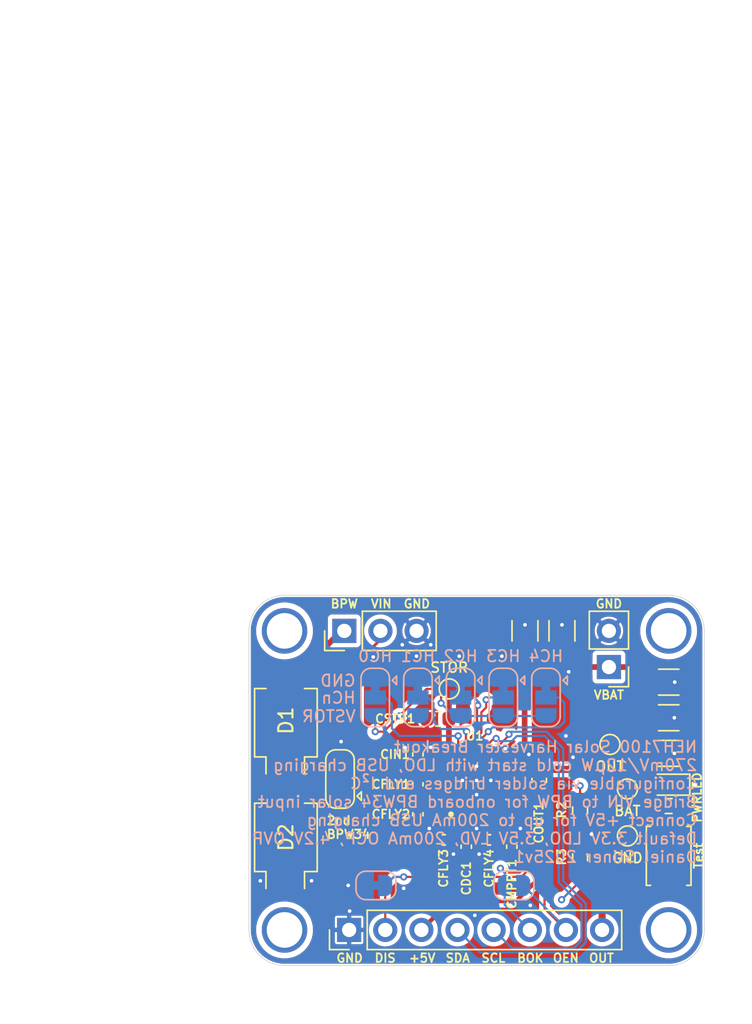
<source format=kicad_pcb>
(kicad_pcb (version 20241229) (generator "pcbnew") (generator_version "9.0")
  (layers (0 "F.Cu" signal) (2 "B.Cu" signal) (13 "F.Paste" user) (15 "B.Paste" user) (5 "F.SilkS" user "F.Silkscreen") (7 "B.SilkS" user "B.Silkscreen") (1 "F.Mask" user) (3 "B.Mask" user) (25 "Edge.Cuts" user))
  (property "REVISION" "2025v1")
  (property "TITLE" "NEH7100 Solar Harvester Breakout")
  (net 0 "")
  (net 1 "/VIN")
  (net 2 "Net-(D3-A)")
  (net 3 "/CDC")
  (net 4 "VOUT")
  (net 5 "/VBAT_OK")
  (net 6 "/CMPPT")
  (net 7 "/HC0")
  (net 8 "/HC1")
  (net 9 "GND")
  (net 10 "/VBAT")
  (net 11 "/VSTOR")
  (net 12 "/HC2")
  (net 13 "Net-(U1-CFLY3A)")
  (net 14 "Net-(U1-CFLY1B)")
  (net 15 "Net-(D1-K)")
  (net 16 "Net-(D2-A)")
  (net 17 "/DISABLE")
  (net 18 "Net-(D1-A)")
  (net 19 "Net-(U1-CFLY1A)")
  (net 20 "Net-(U1-CFLY3B)")
  (net 21 "+5V")
  (net 23 "/SDA")
  (net 24 "Net-(U1-CFLY4A)")
  (net 26 "/SCL")
  (net 27 "Net-(U1-CFLY4B)")
  (net 28 "/HC3")
  (net 29 "/HC4")
  (net 30 "Net-(R1-Pad1)")
  (net 31 "Net-(U1-CFLY2A)")
  (net 32 "Net-(U1-CFLY2B)")
  (net 33 "/VOUT_EN")
  (footprint "Capacitor_SMD:C_1206_3216Metric" (layer "F.Cu") (at 126.125 100.725)
    (property "Reference" "C_BAT3" (hide yes))
    (property "Value" "100u")
  )
  (footprint "OptoDevice:Osram_BPW34S-SMD" (layer "F.Cu") (at 99.220188 103.575 90)
    (property "Reference" "D1")
    (property "Value" "BPW34-SMD")
  )
  (footprint "Capacitor_SMD:C_0402_1005Metric" (layer "F.Cu") (at 108.5 110 -90)
    (property "Reference" "CFLY2")
    (property "Value" "1u")
  )
  (footprint "TestPoint:TestPoint_Pad_D1.0mm" (layer "F.Cu") (at 122 105.1)
    (property "Reference" "TP1" (hide yes))
    (property "Value" "OUT")
  )
  (footprint "Capacitor_SMD:C_1206_3216Metric" (layer "F.Cu") (at 116.025 97.125 90)
    (property "Reference" "C_BAT1" (hide yes))
    (property "Value" "100u")
  )
  (footprint "Resistor_SMD:R_0603_1608Metric" (layer "F.Cu") (at 119.9 109.725 90)
    (property "Reference" "R2")
    (property "Value" "10k")
  )
  (footprint "TestPoint:TestPoint_Pad_D1.0mm" (layer "F.Cu") (at 123.225 111.525)
    (property "Reference" "TP6" (hide yes))
    (property "Value" "GND")
  )
  (footprint "Capacitor_SMD:C_0402_1005Metric" (layer "F.Cu") (at 115.1 112.28 90)
    (property "Reference" "CMPPT1")
    (property "Value" "0.1u")
  )
  (footprint "OptoDevice:Osram_BPW34S-SMD" (layer "F.Cu") (at 99.220188 111.625 90)
    (property "Reference" "D2")
    (property "Value" "BPW34-SMD")
  )
  (footprint "Connector_PinHeader_2.54mm:PinHeader_1x03_P2.54mm_Vertical" (layer "F.Cu") (at 103.325 97.125 90)
    (property "Reference" "JP1" (hide yes))
    (property "Value" "VIN_Bridge")
  )
  (footprint "LED_SMD:LED_0603_1608Metric" (layer "F.Cu") (at 126.125 107.925 180)
    (property "Reference" "D3" (hide yes))
    (property "Value" "PWRLED")
  )
  (footprint "Connector_PinHeader_2.54mm:PinHeader_1x08_P2.54mm_Vertical" (layer "F.Cu") (at 103.665 118.125 90)
    (property "Reference" "J1" (hide yes))
    (property "Value" "Conn_Breadboard")
  )
  (footprint "MountingHoleCompact:MountingHole_2.5mm_Plated" (layer "F.Cu") (at 99.125 97.125)
    (property "Reference" "H1" (hide yes))
    (property "Value" "MountingHole")
  )
  (footprint "Capacitor_SMD:C_0402_1005Metric" (layer "F.Cu") (at 108.5 105.8 90)
    (property "Reference" "CIN1")
    (property "Value" "0.1u")
  )
  (footprint "Capacitor_SMD:C_0402_1005Metric" (layer "F.Cu") (at 110.32 111.8)
    (property "Reference" "CFLY3")
    (property "Value" "0.47u")
  )
  (footprint "Resistor_SMD:R_0603_1608Metric" (layer "F.Cu") (at 126.125 109.425 180)
    (property "Reference" "R1" (hide yes))
    (property "Value" "4.7k")
  )
  (footprint "Resistor_SMD:R_0603_1608Metric" (layer "F.Cu") (at 119.9 113.025 -90)
    (property "Reference" "R3")
    (property "Value" "10k")
  )
  (footprint "TestPoint:TestPoint_Pad_D1.0mm" (layer "F.Cu") (at 123.225 108.225)
    (property "Reference" "TP3" (hide yes))
    (property "Value" "BAT")
  )
  (footprint "TestPoint:TestPoint_Pad_D1.0mm" (layer "F.Cu") (at 110.7 101.2)
    (property "Reference" "TP2" (hide yes))
    (property "Value" "STOR")
  )
  (footprint "Capacitor_SMD:C_0603_1608Metric" (layer "F.Cu") (at 109.9 103.3 180)
    (property "Reference" "CSTR1")
    (property "Value" "47u")
  )
  (footprint "Capacitor_SMD:C_1206_3216Metric" (layer "F.Cu") (at 118.625 97.125 90)
    (property "Reference" "C_BAT2" (hide yes))
    (property "Value" "100u")
  )
  (footprint "Connector_PinHeader_2.54mm:PinHeader_1x02_P2.54mm_Vertical" (layer "F.Cu") (at 121.925 99.665 180)
    (property "Reference" "J2" (hide yes))
    (property "Value" "BAT_EXTRA")
  )
  (footprint "Capacitor_SMD:C_0603_1608Metric" (layer "F.Cu") (at 117.025 107.625 -90)
    (property "Reference" "COUT1")
    (property "Value" "47u")
  )
  (footprint "Capacitor_SMD:C_1206_3216Metric" (layer "F.Cu") (at 126.125 105.725)
    (property "Reference" "C_BAT5" (hide yes))
    (property "Value" "100u")
  )
  (footprint "Jumper:SolderJumper-3_P1.3mm_Bridged12_RoundedPad1.0x1.5mm" (layer "F.Cu") (at 103.025 107.525 90)
    (property "Reference" "JP2" (hide yes))
    (property "Value" "Dual_BPW34_Bridge")
  )
  (footprint "MountingHoleCompact:MountingHole_2.5mm_Plated" (layer "F.Cu") (at 126.125 118.125)
    (property "Reference" "H4" (hide yes))
    (property "Value" "MountingHole")
  )
  (footprint "MountingHoleCompact:MountingHole_2.5mm_Plated" (layer "F.Cu") (at 99.125 118.125)
    (property "Reference" "H3" (hide yes))
    (property "Value" "MountingHole")
  )
  (footprint "MountingHoleCompact:MountingHole_2.5mm_Plated" (layer "F.Cu") (at 126.125 97.125)
    (property "Reference" "H2" (hide yes))
    (property "Value" "MountingHole")
  )
  (footprint "Capacitor_SMD:C_1206_3216Metric" (layer "F.Cu") (at 126.125 103.225)
    (property "Reference" "C_BAT4" (hide yes))
    (property "Value" "100u")
  )
  (footprint "Capacitor_SMD:C_0402_1005Metric" (layer "F.Cu") (at 108.5 107.9 -90)
    (property "Reference" "CFLY1")
    (property "Value" "1u")
  )
  (footprint "Capacitor_SMD:C_0402_1005Metric" (layer "F.Cu") (at 113.5 111.8)
    (property "Reference" "CFLY4")
    (property "Value" "0.1u")
  )
  (footprint "NEH7100BUHP:QFN40P400X400X90-29N-D" (layer "F.Cu") (at 112.625 107.625 90)
    (property "Reference" "U1")
    (property "Value" "NEH7100" (hide yes))
  )
  (footprint "Button_Switch_SMD:SW_Push_SPST_NO_Alps_SKRK" (layer "F.Cu") (at 126.125 112.925 90)
    (property "Reference" "SW1" (hide yes))
    (property "Value" "Test")
  )
  (footprint "Capacitor_SMD:C_0402_1005Metric" (layer "F.Cu") (at 111.9 112.28 90)
    (property "Reference" "CDC1")
    (property "Value" "0.1u")
  )
  (footprint "Jumper:SolderJumper-3_P1.3mm_Bridged12_RoundedPad1.0x1.5mm" (layer "B.Cu") (at 108.5 101.8 -90)
    (property "Reference" "JP4" (hide yes))
    (property "Value" "HC1")
  )
  (footprint "Jumper:SolderJumper-3_P1.3mm_Bridged12_RoundedPad1.0x1.5mm" (layer "B.Cu") (at 105.5 101.8 -90)
    (property "Reference" "JP3" (hide yes))
    (property "Value" "HC0")
  )
  (footprint "Jumper:SolderJumper-2_P1.3mm_Bridged_RoundedPad1.0x1.5mm" (layer "B.Cu") (at 115.25 115)
    (property "Reference" "JP8" (hide yes))
    (property "Value" "OUTEN_BATOK")
  )
  (footprint "Jumper:SolderJumper-2_P1.3mm_Bridged_RoundedPad1.0x1.5mm" (layer "B.Cu") (at 105.55 115)
    (property "Reference" "JP9" (hide yes))
    (property "Value" "DISABLE_GND")
  )
  (footprint "Jumper:SolderJumper-3_P1.3mm_Bridged12_RoundedPad1.0x1.5mm" (layer "B.Cu") (at 114.5 101.8 -90)
    (property "Reference" "JP6" (hide yes))
    (property "Value" "HC3")
  )
  (footprint "Jumper:SolderJumper-3_P1.3mm_Bridged12_RoundedPad1.0x1.5mm" (layer "B.Cu") (at 111.5 101.8 -90)
    (property "Reference" "JP5" (hide yes))
    (property "Value" "HC2")
  )
  (footprint "Jumper:SolderJumper-3_P1.3mm_Bridged12_RoundedPad1.0x1.5mm" (layer "B.Cu") (at 117.5 101.8 -90)
    (property "Reference" "JP7" (hide yes))
    (property "Value" "HC4")
  )
  (gr_line (start 99.125 94.625) (end 126.125 94.625) (stroke (width 0.05)) (layer "Edge.Cuts"))
  (gr_arc (start 96.625 97.125) (mid 97.357233 95.357233) (end 99.125 94.625) (stroke (width 0.05)) (layer "Edge.Cuts"))
  (gr_line (start 126.125 120.625) (end 99.125 120.625) (stroke (width 0.05)) (layer "Edge.Cuts"))
  (gr_arc (start 99.125 120.625) (mid 97.357233 119.892767) (end 96.625 118.125) (stroke (width 0.05)) (layer "Edge.Cuts"))
  (gr_arc (start 128.625 118.125) (mid 127.892767 119.892767) (end 126.125 120.625) (stroke (width 0.05)) (layer "Edge.Cuts"))
  (gr_line (start 128.625 97.125) (end 128.625 118.125) (stroke (width 0.05)) (layer "Edge.Cuts"))
  (gr_arc (start 126.125 94.625) (mid 127.892767 95.357233) (end 128.625 97.125) (stroke (width 0.05)) (layer "Edge.Cuts"))
  (gr_line (start 96.625 118.125) (end 96.625 97.125) (stroke (width 0.05)) (layer "Edge.Cuts"))
  (gr_text "GND" (at 103.7 120.1 0) (layer "F.SilkS") (effects (font (size 0.6 0.6) (thickness 0.127))))
  (gr_text "+5V" (at 108.8 120.1 0) (layer "F.SilkS") (effects (font (size 0.6 0.6) (thickness 0.127))))
  (gr_text "VIN" (at 105.925 95.225 0) (layer "F.SilkS") (effects (font (size 0.6 0.6) (thickness 0.127))))
  (gr_text "BOK" (at 116.4 120.1 0) (layer "F.SilkS") (effects (font (size 0.6 0.6) (thickness 0.127))))
  (gr_text "VBAT" (at 121.925 101.625 0) (layer "F.SilkS") (effects (font (size 0.6 0.6) (thickness 0.127))))
  (gr_text "2nd\nBPW34" (at 102.025 110.925 0) (layer "F.SilkS") (effects (font (size 0.6 0.6) (thickness 0.127)) (justify left)))
  (gr_text "OUT" (at 121.4 120.1 0) (layer "F.SilkS") (effects (font (size 0.6 0.6) (thickness 0.127))))
  (gr_text "GND" (at 121.925 95.225 0) (layer "F.SilkS") (effects (font (size 0.6 0.6) (thickness 0.127))))
  (gr_text "SDA" (at 111.3 120.1 0) (layer "F.SilkS") (effects (font (size 0.6 0.6) (thickness 0.127))))
  (gr_text "GND" (at 108.425 95.225 0) (layer "F.SilkS") (effects (font (size 0.6 0.6) (thickness 0.127))))
  (gr_text "BPW" (at 103.325 95.225 0) (layer "F.SilkS") (effects (font (size 0.6 0.6) (thickness 0.127))))
  (gr_text "SCL" (at 113.8 120.1 0) (layer "F.SilkS") (effects (font (size 0.6 0.6) (thickness 0.127))))
  (gr_text "OEN" (at 118.9 120.1 0) (layer "F.SilkS") (effects (font (size 0.6 0.6) (thickness 0.127))))
  (gr_text "DIS" (at 106.2 120.1 0) (layer "F.SilkS") (effects (font (size 0.6 0.6) (thickness 0.127))))
  (gr_text "VSTOR" (at 104.2 103.6 0) (layer "B.SilkS") (effects (font (size 0.813 0.813) (thickness 0.127)) (justify left bottom mirror)))
  (gr_text "${TITLE}\n270mV/12μW cold start with LDO, USB charging\nConfigurable via solder bridges and I²C\nBridge VIN to BPW for onboard BPW34 solar input\nConnect +5V for up to 200mA USB charging\nDefault 3.3V LDO, 3.5V LVD, 200mA OCP, 4.2V OVP\nDaniel Stiner ${REVISION}" (at 128.2 104.8 0) (layer "B.SilkS") (effects (font (size 0.8 0.8) (thickness 0.127)) (justify left top mirror)))
  (gr_text "GND" (at 104.2 101.1 0) (layer "B.SilkS") (effects (font (size 0.813 0.813) (thickness 0.127)) (justify left bottom mirror)))
  (gr_text "HCn" (at 104.2 102.3 0) (layer "B.SilkS") (effects (font (size 0.813 0.813) (thickness 0.127)) (justify left bottom mirror)))
  (segment (start 106.58 106.28) (end 104.3 104) (width 0.2) (layer "F.Cu") (net 1))
  (segment (start 110.675 107.225) (end 109.875 107.225) (width 0.2) (layer "F.Cu") (net 1))
  (segment (start 109.875 107.225) (end 108.93 106.28) (width 0.2) (layer "F.Cu") (net 1))
  (segment (start 104.3 99.3) (end 105.865 97.735) (width 0.2) (layer "F.Cu") (net 1))
  (segment (start 108.93 106.28) (end 108.5 106.28) (width 0.2) (layer "F.Cu") (net 1))
  (segment (start 105.865 97.735) (end 105.865 97.125) (width 0.2) (layer "F.Cu") (net 1))
  (segment (start 108.5 106.28) (end 106.58 106.28) (width 0.2) (layer "F.Cu") (net 1))
  (segment (start 104.3 104) (end 104.3 99.3) (width 0.2) (layer "F.Cu") (net 1))
  (segment (start 125.3 109.425) (end 125.3 107.9625) (width 0.2) (layer "F.Cu") (net 2))
  (segment (start 125.3 107.9625) (end 125.3375 107.925) (width 0.2) (layer "F.Cu") (net 2))
  (segment (start 111.9 111) (end 111.9 111.8) (width 0.2) (layer "F.Cu") (net 3))
  (segment (start 112.225 109.575) (end 112.225 110.675) (width 0.2) (layer "F.Cu") (net 3))
  (segment (start 112.225 110.675) (end 111.9 111) (width 0.2) (layer "F.Cu") (net 3))
  (segment (start 119.9 112.2) (end 120.945 112.2) (width 0.1524) (layer "F.Cu") (net 4))
  (segment (start 115.6 106.825) (end 114.575 106.825) (width 0.2) (layer "F.Cu") (net 4))
  (segment (start 121.445 108.045) (end 120.25 106.85) (width 0.5) (layer "F.Cu") (net 4))
  (segment (start 115.6 106.825) (end 117 106.825) (width 0.5) (layer "F.Cu") (net 4))
  (segment (start 119.9 110.55) (end 120.95 110.55) (width 0.1524) (layer "F.Cu") (net 4))
  (segment (start 121.445 109.9) (end 121.445 108.045) (width 0.5) (layer "F.Cu") (net 4))
  (segment (start 121.445 113.545) (end 121.445 112.7) (width 0.5) (layer "F.Cu") (net 4))
  (segment (start 121.445 118.125) (end 121.445 113.545) (width 0.5) (layer "F.Cu") (net 4))
  (segment (start 120.25 106.85) (end 117.025 106.85) (width 0.5) (layer "F.Cu") (net 4))
  (segment (start 126.125 115.025) (end 122.925 115.025) (width 0.2) (layer "F.Cu") (net 4))
  (segment (start 120.945 112.2) (end 121.445 112.7) (width 0.1524) (layer "F.Cu") (net 4))
  (segment (start 121.445 110.055) (end 121.445 109.9) (width 0.1524) (layer "F.Cu") (net 4))
  (segment (start 117 106.825) (end 117.025 106.85) (width 0.4) (layer "F.Cu") (net 4))
  (segment (start 120.95 110.55) (end 121.445 110.055) (width 0.1524) (layer "F.Cu") (net 4))
  (segment (start 122.925 115.025) (end 121.445 113.545) (width 0.2) (layer "F.Cu") (net 4))
  (segment (start 121.445 112.7) (end 121.445 109.9) (width 0.5) (layer "F.Cu") (net 4))
  (segment (start 120.25 106.85) (end 122 105.1) (width 0.5) (layer "F.Cu") (net 4))
  (segment (start 114.5942 114.0942) (end 115.643734 114.0942) (width 0.1524) (layer "F.Cu") (net 5))
  (segment (start 114.575 108.425) (end 115.025 108.425) (width 0.1524) (layer "F.Cu") (net 5))
  (segment (start 115.025 108.425) (end 115.235 108.635) (width 0.1524) (layer "F.Cu") (net 5))
  (segment (start 116.335 113.402934) (end 115.643734 114.0942) (width 0.1524) (layer "F.Cu") (net 5))
  (segment (start 114.5942 114.0942) (end 114.3 113.8) (width 0.1524) (layer "F.Cu") (net 5))
  (segment (start 115.235 109.767466) (end 116.335 110.867466) (width 0.1524) (layer "F.Cu") (net 5))
  (segment (start 115.235 108.635) (end 115.235 109.767466) (width 0.1524) (layer "F.Cu") (net 5))
  (segment (start 116.335 110.867466) (end 116.335 113.402934) (width 0.1524) (layer "F.Cu") (net 5))
  (via (at 114.3 113.8) (size 0.508) (drill 0.254) (layers "F.Cu" "B.Cu") (net 5))
  (segment (start 114.6 115) (end 114.6 116.36) (width 0.1524) (layer "B.Cu") (net 5))
  (segment (start 116.365 118.125) (end 114.6 116.36) (width 0.1524) (layer "B.Cu") (net 5))
  (segment (start 114.3 113.8) (end 114.6 114.1) (width 0.1524) (layer "B.Cu") (net 5))
  (segment (start 114.6 114.1) (end 114.6 115) (width 0.1524) (layer "B.Cu") (net 5))
  (segment (start 113.825 109.575) (end 113.825 110.025) (width 0.2) (layer "F.Cu") (net 6))
  (segment (start 113.825 110.025) (end 115.1 111.3) (width 0.2) (layer "F.Cu") (net 6))
  (segment (start 115.1 111.3) (end 115.1 111.8) (width 0.2) (layer "F.Cu") (net 6))
  (segment (start 111.329 105) (end 111.421289 105.092289) (width 0.1524) (layer "F.Cu") (net 7))
  (segment (start 111.421289 105.092289) (end 111.421289 105.671289) (width 0.1524) (layer "F.Cu") (net 7))
  (segment (start 111.421289 105.671289) (end 111.425 105.675) (width 0.1524) (layer "F.Cu") (net 7))
  (segment (start 111.329 104.5) (end 111.329 105) (width 0.1524) (layer "F.Cu") (net 7))
  (via (at 111.329 104.5) (size 0.508) (drill 0.254) (layers "F.Cu" "B.Cu") (net 7))
  (segment (start 106.6688 102.2688) (end 106.6688 103.9688) (width 0.1524) (layer "B.Cu") (net 7))
  (segment (start 105.5 101.8) (end 106.2 101.8) (width 0.1524) (layer "B.Cu") (net 7))
  (segment (start 107.2 104.5) (end 111.329 104.5) (width 0.1524) (layer "B.Cu") (net 7))
  (segment (start 106.6688 103.9688) (end 107.2 104.5) (width 0.1524) (layer "B.Cu") (net 7))
  (segment (start 106.2 101.8) (end 106.6688 102.2688) (width 0.1524) (layer "B.Cu") (net 7))
  (segment (start 111.825 105.0194) (end 111.825 105.675) (width 0.1524) (layer "F.Cu") (net 8))
  (segment (start 111.910315 104.186623) (end 111.8716 104.225338) (width 0.1524) (layer "F.Cu") (net 8))
  (segment (start 111.8716 104.225338) (end 111.8716 104.9728) (width 0.1524) (layer "F.Cu") (net 8))
  (segment (start 111.8716 104.9728) (end 111.825 105.0194) (width 0.1524) (layer "F.Cu") (net 8))
  (via (at 111.910315 104.186623) (size 0.508) (drill 0.254) (layers "F.Cu" "B.Cu") (net 8))
  (segment (start 109.6 102.2) (end 109.6 103.5) (width 0.1524) (layer "B.Cu") (net 8))
  (segment (start 109.6 103.5) (end 110.1164 104.0164) (width 0.1524) (layer "B.Cu") (net 8))
  (segment (start 110.1164 104.0164) (end 111.740092 104.0164) (width 0.1524) (layer "B.Cu") (net 8))
  (segment (start 108.5 101.8) (end 109.2 101.8) (width 0.1524) (layer "B.Cu") (net 8))
  (segment (start 109.2 101.8) (end 109.6 102.2) (width 0.1524) (layer "B.Cu") (net 8))
  (segment (start 111.740092 104.0164) (end 111.910315 104.186623) (width 0.1524) (layer "B.Cu") (net 8))
  (segment (start 112.625 111) (end 112.625 109.575) (width 0.2) (layer "F.Cu") (net 9))
  (segment (start 112.625 109.575) (end 112.625 107.625) (width 0.2) (layer "F.Cu") (net 9))
  (via (at 107.4 98.1) (size 0.508) (drill 0.254) (layers "F.Cu" "B.Cu") (net 9))
  (via (at 103.6 115) (size 0.508) (drill 0.254) (layers "F.Cu" "B.Cu") (net 9))
  (via (at 107.5 115.2) (size 0.508) (drill 0.254) (layers "F.Cu" "B.Cu") (net 9))
  (via (at 108.4 98.9) (size 0.508) (drill 0.254) (layers "F.Cu" "B.Cu") (net 9))
  (via (at 112.5 117.1) (size 0.508) (drill 0.254) (layers "F.Cu" "B.Cu") (net 9))
  (via (at 109.4 105.3) (size 0.508) (drill 0.254) (layers "F.Cu" "B.Cu") (net 9))
  (via (at 112.625 111) (size 0.508) (drill 0.254) (layers "F.Cu" "B.Cu") (net 9))
  (via (at 112.625 106.625) (size 0.508) (drill 0.254) (layers "F.Cu" "B.Cu") (net 9))
  (via (at 127.925 107.925) (size 0.508) (drill 0.254) (layers "F.Cu" "B.Cu") (net 9))
  (via (at 116.025 96.7) (size 0.508) (drill 0.254) (layers "F.Cu" "B.Cu") (net 9))
  (via (at 105.358079 98.958079) (size 0.508) (drill 0.254) (layers "F.Cu" "B.Cu") (net 9))
  (via (at 109.4 98.1) (size 0.508) (drill 0.254) (layers "F.Cu" "B.Cu") (net 9))
  (via (at 115.7 111) (size 0.508) (drill 0.254) (layers "F.Cu" "B.Cu") (net 9))
  (via (at 118.9 104.5) (size 0.508) (drill 0.254) (layers "F.Cu" "B.Cu") (net 9))
  (via (at 120.7 111.4) (size 0.508) (drill 0.254) (layers "F.Cu" "B.Cu") (net 9))
  (via (at 118.625 96.7) (size 0.508) (drill 0.254) (layers "F.Cu" "B.Cu") (net 9))
  (via (at 114.4 98.9) (size 0.508) (drill 0.254) (layers "F.Cu" "B.Cu") (net 9))
  (via (at 114.649626 105.398425) (size 0.508) (drill 0.254) (layers "F.Cu" "B.Cu") (net 9))
  (via (at 111 112.8) (size 0.508) (drill 0.254) (layers "F.Cu" "B.Cu") (net 9))
  (via (at 101.025 114.675) (size 0.508) (drill 0.254) (layers "F.Cu" "B.Cu") (net 9))
  (via (at 103.1 104.9) (size 0.508) (drill 0.254) (layers "F.Cu" "B.Cu") (net 9))
  (via (at 116.4 116.4) (size 0.508) (drill 0.254) (layers "F.Cu" "B.Cu") (net 9))
  (via (at 97.425 114.675) (size 0.508) (drill 0.254) (layers "F.Cu" "B.Cu") (net 9))
  (via (at 103.7 116.8) (size 0.508) (drill 0.254) (layers "F.Cu" "B.Cu") (net 9))
  (via (at 113.625 107.625) (size 0.508) (drill 0.254) (layers "F.Cu" "B.Cu") (net 9))
  (via (at 116.3 105.8) (size 0.508) (drill 0.254) (layers "F.Cu" "B.Cu") (net 9))
  (via (at 126.525 105.725) (size 0.508) (drill 0.254) (layers "F.Cu" "B.Cu") (net 9))
  (via (at 119.4 106) (size 0.508) (drill 0.254) (layers "F.Cu" "B.Cu") (net 9))
  (via (at 119.1 100) (size 0.508) (drill 0.254) (layers "F.Cu" "B.Cu") (net 9))
  (via (at 112.625 108.625) (size 0.508) (drill 0.254) (layers "F.Cu" "B.Cu") (net 9))
  (via (at 111.4 98.9) (size 0.508) (drill 0.254) (layers "F.Cu" "B.Cu") (net 9))
  (via (at 126.525 103.225) (size 0.508) (drill 0.254) (layers "F.Cu" "B.Cu") (net 9))
  (via (at 126.55 100.725) (size 0.508) (drill 0.254) (layers "F.Cu" "B.Cu") (net 9))
  (via (at 109.3 111) (size 0.508) (drill 0.254) (layers "F.Cu" "B.Cu") (net 9))
  (via (at 112.8 112.8) (size 0.508) (drill 0.254) (layers "F.Cu" "B.Cu") (net 9))
  (via (at 111.625 107.625) (size 0.508) (drill 0.254) (layers "F.Cu" "B.Cu") (net 9))
  (via (at 107.6 105.32) (size 0.508) (drill 0.254) (layers "F.Cu" "B.Cu") (net 9))
  (via (at 112.625 107.625) (size 0.508) (drill 0.254) (layers "F.Cu" "B.Cu") (net 9))
  (segment (start 121.925 99.665) (end 119.89 99.665) (width 0.4) (layer "F.Cu") (net 10))
  (segment (start 123.59 99.665) (end 124.65 100.725) (width 0.4) (layer "F.Cu") (net 10))
  (segment (start 114.575 106.324) (end 114.676 106.324) (width 0.4) (layer "F.Cu") (net 10))
  (segment (start 123.225 107.15) (end 123.225 108.225) (width 0.4) (layer "F.Cu") (net 10))
  (segment (start 121.925 99.665) (end 123.59 99.665) (width 0.4) (layer "F.Cu") (net 10))
  (segment (start 118.625 98.6) (end 116.225 98.6) (width 0.4) (layer "F.Cu") (net 10))
  (segment (start 124.65 105.725) (end 123.225 107.15) (width 0.4) (layer "F.Cu") (net 10))
  (segment (start 124.65 103.225) (end 124.65 105.725) (width 0.4) (layer "F.Cu") (net 10))
  (segment (start 124.65 100.725) (end 124.65 103.225) (width 0.4) (layer "F.Cu") (net 10))
  (segment (start 114.676 106.324) (end 116 105) (width 0.4) (layer "F.Cu") (net 10))
  (segment (start 116 98.625) (end 116.025 98.6) (width 0.4) (layer "F.Cu") (net 10))
  (segment (start 116 105) (end 116 98.625) (width 0.4) (layer "F.Cu") (net 10))
  (segment (start 119.89 99.665) (end 118.825 98.6) (width 0.4) (layer "F.Cu") (net 10))
  (segment (start 110.675 103.3) (end 110.675 101.225) (width 0.4) (layer "F.Cu") (net 11))
  (segment (start 107.2 103.1) (end 106.1 104.2) (width 0.1524) (layer "F.Cu") (net 11))
  (segment (start 110.675 103.3) (end 110.675 106.324) (width 0.4) (layer "F.Cu") (net 11))
  (segment (start 110.1302 102.2) (end 110.1302 101.7698) (width 0.1524) (layer "F.Cu") (net 11))
  (segment (start 106.1 104.2) (end 105.5 104.2) (width 0.1524) (layer "F.Cu") (net 11))
  (segment (start 110.1302 101.7698) (end 110.7 101.2) (width 0.1524) (layer "F.Cu") (net 11))
  (segment (start 110.675 101.225) (end 110.7 101.2) (width 0.4) (layer "F.Cu") (net 11))
  (segment (start 110.7 101.2) (end 109.1 101.2) (width 0.1524) (layer "F.Cu") (net 11))
  (segment (start 109.1 101.2) (end 107.2 103.1) (width 0.1524) (layer "F.Cu") (net 11))
  (via (at 105.5 104.2) (size 0.508) (drill 0.254) (layers "F.Cu" "B.Cu") (net 11))
  (via (at 110.1302 102.2) (size 0.508) (drill 0.254) (layers "F.Cu" "B.Cu") (net 11))
  (via (at 107.2 103.1) (size 0.508) (drill 0.254) (layers "F.Cu" "B.Cu") (net 11))
  (segment (start 107.2 103.1) (end 108.5 103.1) (width 0.1524) (layer "B.Cu") (net 11))
  (segment (start 105.5 104.2) (end 105.5 103.1) (width 0.1524) (layer "B.Cu") (net 11))
  (segment (start 111.0302 103.1) (end 110.1302 102.2) (width 0.1524) (layer "B.Cu") (net 11))
  (segment (start 111.5 103.1) (end 111.0302 103.1) (width 0.1524) (layer "B.Cu") (net 11))
  (segment (start 117.5 103.1) (end 114.5 103.1) (width 0.1524) (layer "B.Cu") (net 11))
  (segment (start 114.5 103.1) (end 111.5 103.1) (width 0.1524) (layer "B.Cu") (net 11))
  (segment (start 112.65556 102.415448) (end 112.65556 104.144224) (width 0.1524) (layer "F.Cu") (net 12))
  (segment (start 112.225 104.574783) (end 112.225 105.675) (width 0.1524) (layer "F.Cu") (net 12))
  (segment (start 112.7102 102.360808) (end 112.65556 102.415448) (width 0.1524) (layer "F.Cu") (net 12))
  (segment (start 112.65556 104.144224) (end 112.225 104.574783) (width 0.1524) (layer "F.Cu") (net 12))
  (via (at 112.7102 102.360808) (size 0.508) (drill 0.254) (layers "F.Cu" "B.Cu") (net 12))
  (segment (start 112.8 102.15) (end 112.45 101.8) (width 0.1524) (layer "B.Cu") (net 12))
  (segment (start 112.7102 102.360808) (end 112.8 102.271008) (width 0.1524) (layer "B.Cu") (net 12))
  (segment (start 112.45 101.8) (end 111.5 101.8) (width 0.1524) (layer "B.Cu") (net 12))
  (segment (start 112.8 102.271008) (end 112.8 102.15) (width 0.1524) (layer "B.Cu") (net 12))
  (segment (start 110.8 111.5) (end 110.8 111.8) (width 0.2) (layer "F.Cu") (net 13))
  (segment (start 111.825 109.575) (end 111.825 110.475) (width 0.2) (layer "F.Cu") (net 13))
  (segment (start 111.825 110.475) (end 110.8 111.5) (width 0.2) (layer "F.Cu") (net 13))
  (segment (start 108.705 107.625) (end 108.5 107.42) (width 0.2) (layer "F.Cu") (net 14))
  (segment (start 110.675 107.625) (end 108.705 107.625) (width 0.2) (layer "F.Cu") (net 14))
  (segment (start 100.725 106.625) (end 101.625 107.525) (width 0.4) (layer "F.Cu") (net 15))
  (segment (start 99.220188 106.625) (end 100.725 106.625) (width 0.4) (layer "F.Cu") (net 15))
  (segment (start 101.625 107.525) (end 103.025 107.525) (width 0.4) (layer "F.Cu") (net 15))
  (segment (start 100.875 108.825) (end 100.625 108.575) (width 0.4) (layer "F.Cu") (net 16))
  (segment (start 103.025 108.825) (end 100.875 108.825) (width 0.4) (layer "F.Cu") (net 16))
  (segment (start 100.625 108.575) (end 99.220188 108.575) (width 0.4) (layer "F.Cu") (net 16))
  (segment (start 106.8 114.4) (end 106.205 114.995) (width 0.1524) (layer "F.Cu") (net 17))
  (segment (start 107.5 114.4) (end 106.8 114.4) (width 0.1524) (layer "F.Cu") (net 17))
  (segment (start 106.205 114.995) (end 106.205 118.125) (width 0.1524) (layer "F.Cu") (net 17))
  (segment (start 115.5408 108.4134) (end 115.5408 109.6408) (width 0.1524) (layer "F.Cu") (net 17))
  (segment (start 114.575 108.025) (end 115.1524 108.025) (width 0.1524) (layer "F.Cu") (net 17))
  (segment (start 115.5408 109.6408) (end 116.6408 110.7408) (width 0.1524) (layer "F.Cu") (net 17))
  (segment (start 115.1524 108.025) (end 115.5408 108.4134) (width 0.1524) (layer "F.Cu") (net 17))
  (segment (start 116.6408 113.5296) (end 115.7704 114.4) (width 0.1524) (layer "F.Cu") (net 17))
  (segment (start 116.6408 110.7408) (end 116.6408 113.5296) (width 0.1524) (layer "F.Cu") (net 17))
  (segment (start 115.7704 114.4) (end 107.5 114.4) (width 0.1524) (layer "F.Cu") (net 17))
  (via (at 107.5 114.4) (size 0.508) (drill 0.254) (layers "F.Cu" "B.Cu") (net 17))
  (segment (start 107.5 114.4) (end 106.8 114.4) (width 0.1524) (layer "B.Cu") (net 17))
  (segment (start 106.8 114.4) (end 106.2 115) (width 0.1524) (layer "B.Cu") (net 17))
  (segment (start 103.125 97.125) (end 103.325 97.125) (width 0.4) (layer "F.Cu") (net 18))
  (segment (start 99.220188 100.525) (end 99.725 100.525) (width 0.4) (layer "F.Cu") (net 18))
  (segment (start 99.725 100.525) (end 103.125 97.125) (width 0.4) (layer "F.Cu") (net 18))
  (segment (start 108.72 108.38) (end 108.5 108.38) (width 0.2) (layer "F.Cu") (net 19))
  (segment (start 109.075 108.025) (end 108.72 108.38) (width 0.2) (layer "F.Cu") (net 19))
  (segment (start 110.675 108.025) (end 109.075 108.025) (width 0.2) (layer "F.Cu") (net 19))
  (segment (start 111.424 109.576) (end 111.425 109.575) (width 0.2) (layer "F.Cu") (net 20))
  (segment (start 111.424 110.216) (end 111.424 109.576) (width 0.2) (layer "F.Cu") (net 20))
  (segment (start 109.84 111.8) (end 111.424 110.216) (width 0.2) (layer "F.Cu") (net 20))
  (segment (start 117.0204 110.5204) (end 115.9204 109.4204) (width 0.3) (layer "F.Cu") (net 21))
  (segment (start 110.77 116.1) (end 115.4 116.1) (width 0.3) (layer "F.Cu") (net 21))
  (segment (start 115.9204 109.4204) (end 115.9204 109.1) (width 0.3) (layer "F.Cu") (net 21))
  (segment (start 117.0204 114.4796) (end 117.0204 110.5204) (width 0.3) (layer "F.Cu") (net 21))
  (segment (start 108.745 118.125) (end 110.77 116.1) (width 0.3) (layer "F.Cu") (net 21))
  (segment (start 115.8704 109.05) (end 115.9204 109.1) (width 0.2) (layer "F.Cu") (net 21))
  (segment (start 115.8704 108.273439) (end 115.8704 109.05) (width 0.2) (layer "F.Cu") (net 21))
  (segment (start 115.4 116.1) (end 117.0204 114.4796) (width 0.3) (layer "F.Cu") (net 21))
  (segment (start 115.221961 107.625) (end 115.8704 108.273439) (width 0.2) (layer "F.Cu") (net 21))
  (segment (start 114.575 107.625) (end 115.221961 107.625) (width 0.2) (layer "F.Cu") (net 21))
  (segment (start 114.9 104.3826) (end 114.9 104.465551) (width 0.1524) (layer "F.Cu") (net 23))
  (segment (start 114.9 104.465551) (end 113.825 105.540551) (width 0.1524) (layer "F.Cu") (net 23))
  (segment (start 113.825 105.540551) (end 113.825 105.675) (width 0.1524) (layer "F.Cu") (net 23))
  (segment (start 119.9 108.9) (end 119.9 108) (width 0.1524) (layer "F.Cu") (net 23))
  (via (at 114.9 104.3826) (size 0.508) (drill 0.254) (layers "F.Cu" "B.Cu") (net 23))
  (via (at 119.9 108) (size 0.508) (drill 0.254) (layers "F.Cu" "B.Cu") (net 23))
  (segment (start 119.8942 107.9942) (end 119 107.9942) (width 0.1524) (layer "B.Cu") (net 23))
  (segment (start 111.285 118.125) (end 112.86 119.7) (width 0.1524) (layer "B.Cu") (net 23))
  (segment (start 119 107.9942) (end 118.7058 107.7) (width 0.1524) (layer "B.Cu") (net 23))
  (segment (start 117.538266 104.2058) (end 115.0768 104.2058) (width 0.1524) (layer "B.Cu") (net 23))
  (segment (start 119.9 108) (end 119.8942 107.9942) (width 0.1524) (layer "B.Cu") (net 23))
  (segment (start 118.7058 114.673334) (end 118.7058 107.7) (width 0.1524) (layer "B.Cu") (net 23))
  (segment (start 119.600001 119.7) (end 120.3 119) (width 0.1524) (layer "B.Cu") (net 23))
  (segment (start 120.3 116.267533) (end 118.7058 114.673334) (width 0.1524) (layer "B.Cu") (net 23))
  (segment (start 118.7058 105.373333) (end 117.538266 104.2058) (width 0.1524) (layer "B.Cu") (net 23))
  (segment (start 120.3 119) (end 120.3 116.267533) (width 0.1524) (layer "B.Cu") (net 23))
  (segment (start 118.7058 107.7) (end 118.7058 105.373333) (width 0.1524) (layer "B.Cu") (net 23))
  (segment (start 112.86 119.7) (end 119.600001 119.7) (width 0.1524) (layer "B.Cu") (net 23))
  (segment (start 115.0768 104.2058) (end 114.9 104.3826) (width 0.1524) (layer "B.Cu") (net 23))
  (segment (start 113.425 109.575) (end 113.425 110.325) (width 0.2) (layer "F.Cu") (net 24))
  (segment (start 113.98 110.88) (end 113.98 111.8) (width 0.2) (layer "F.Cu") (net 24))
  (segment (start 113.425 110.325) (end 113.98 110.88) (width 0.2) (layer "F.Cu") (net 24))
  (segment (start 119.9 114.7) (end 118.6 116) (width 0.1524) (layer "F.Cu") (net 26))
  (segment (start 113.8332 104.6826) (end 113.999981 104.6826) (width 0.1524) (layer "F.Cu") (net 26))
  (segment (start 119.9 113.85) (end 119.9 114.7) (width 0.1524) (layer "F.Cu") (net 26))
  (segment (start 113.425 105.675) (end 113.425 105.0908) (width 0.1524) (layer "F.Cu") (net 26))
  (segment (start 113.425 105.0908) (end 113.8332 104.6826) (width 0.1524) (layer "F.Cu") (net 26))
  (via (at 113.999981 104.6826) (size 0.508) (drill 0.254) (layers "F.Cu" "B.Cu") (net 26))
  (via (at 118.6 116) (size 0.508) (drill 0.254) (layers "F.Cu" "B.Cu") (net 26))
  (segment (start 117.4116 104.5116) (end 118.4 105.5) (width 0.1524) (layer "B.Cu") (net 26))
  (segment (start 119.9942 118.873334) (end 119.473334 119.3942) (width 0.1524) (layer "B.Cu") (net 26))
  (segment (start 118.4 105.5) (end 118.4 114.8) (width 0.1524) (layer "B.Cu") (net 26))
  (segment (start 115.0942 119.3942) (end 113.825 118.125) (width 0.1524) (layer "B.Cu") (net 26))
  (segment (start 119.473334 119.3942) (end 115.0942 119.3942) (width 0.1524) (layer "B.Cu") (net 26))
  (segment (start 119.1 115.5) (end 119.9942 116.3942) (width 0.1524) (layer "B.Cu") (net 26))
  (segment (start 118.6 116) (end 119.1 115.5) (width 0.1524) (layer "B.Cu") (net 26))
  (segment (start 115.100314 104.8662) (end 115.454914 104.5116) (width 0.1524) (layer "B.Cu") (net 26))
  (segment (start 118.4 114.8) (end 119.1 115.5) (width 0.1524) (layer "B.Cu") (net 26))
  (segment (start 114.183581 104.8662) (end 115.100314 104.8662) (width 0.1524) (layer "B.Cu") (net 26))
  (segment (start 113.999981 104.6826) (end 114.183581 104.8662) (width 0.1524) (layer "B.Cu") (net 26))
  (segment (start 115.454914 104.5116) (end 117.4116 104.5116) (width 0.1524) (layer "B.Cu") (net 26))
  (segment (start 119.9942 116.3942) (end 119.9942 118.873334) (width 0.1524) (layer "B.Cu") (net 26))
  (segment (start 113.17627 111.64373) (end 113.02 111.8) (width 0.2) (layer "F.Cu") (net 27))
  (segment (start 113.025 109.575) (end 113.025 110.525) (width 0.2) (layer "F.Cu") (net 27))
  (segment (start 113.17627 110.67627) (end 113.17627 111.64373) (width 0.2) (layer "F.Cu") (net 27))
  (segment (start 113.025 110.525) (end 113.17627 110.67627) (width 0.2) (layer "F.Cu") (net 27))
  (segment (start 112.625 105.675) (end 112.625 104.60725) (width 0.1524) (layer "F.Cu") (net 28))
  (segment (start 112.96136 102.83864) (end 113.296442 102.503558) (width 0.1524) (layer "F.Cu") (net 28))
  (segment (start 113.296442 102.503558) (end 113.296442 101.963834) (width 0.1524) (layer "F.Cu") (net 28))
  (segment (start 112.625 104.60725) (end 112.96136 104.270891) (width 0.1524) (layer "F.Cu") (net 28))
  (segment (start 112.96136 104.270891) (end 112.96136 102.83864) (width 0.1524) (layer "F.Cu") (net 28))
  (via (at 113.296442 101.963834) (size 0.508) (drill 0.254) (layers "F.Cu" "B.Cu") (net 28))
  (segment (start 113.354 101.996) (end 113.55 101.8) (width 0.1524) (layer "B.Cu") (net 28))
  (segment (start 113.55 101.8) (end 114.5 101.8) (width 0.1524) (layer "B.Cu") (net 28))
  (segment (start 113.328608 101.996) (end 113.354 101.996) (width 0.1524) (layer "B.Cu") (net 28))
  (segment (start 113.296442 101.963834) (end 113.328608 101.996) (width 0.1524) (layer "B.Cu") (net 28))
  (segment (start 113.025 104.639718) (end 113.025 105.675) (width 0.1524) (layer "F.Cu") (net 29))
  (segment (start 113.025 104.639718) (end 113.44396 104.220758) (width 0.1524) (layer "F.Cu") (net 29))
  (segment (start 113.44396 104.220758) (end 113.44396 104.2) (width 0.1524) (layer "F.Cu") (net 29))
  (via (at 113.44396 104.2) (size 0.508) (drill 0.254) (layers "F.Cu" "B.Cu") (net 29))
  (segment (start 118.4 103.9) (end 118.8 103.5) (width 0.1524) (layer "B.Cu") (net 29))
  (segment (start 113.44396 104.2) (end 113.74396 103.9) (width 0.1524) (layer "B.Cu") (net 29))
  (segment (start 118.4024 101.8) (end 117.5 101.8) (width 0.1524) (layer "B.Cu") (net 29))
  (segment (start 113.74396 103.9) (end 118.4 103.9) (width 0.1524) (layer "B.Cu") (net 29))
  (segment (start 118.8 102.1976) (end 118.4024 101.8) (width 0.1524) (layer "B.Cu") (net 29))
  (segment (start 118.8 103.5) (end 118.8 102.1976) (width 0.1524) (layer "B.Cu") (net 29))
  (segment (start 126.95 109.425) (end 126.95 110) (width 0.2) (layer "F.Cu") (net 30))
  (segment (start 126.95 110) (end 126.125 110.825) (width 0.2) (layer "F.Cu") (net 30))
  (segment (start 110.675 108.825) (end 110.175 108.825) (width 0.2) (layer "F.Cu") (net 31))
  (segment (start 110.175 108.825) (end 108.52 110.48) (width 0.2) (layer "F.Cu") (net 31))
  (segment (start 108.52 110.48) (end 108.5 110.48) (width 0.2) (layer "F.Cu") (net 31))
  (segment (start 109.975 108.425) (end 108.88 109.52) (width 0.2) (layer "F.Cu") (net 32))
  (segment (start 108.88 109.52) (end 108.5 109.52) (width 0.2) (layer "F.Cu") (net 32))
  (segment (start 110.675 108.425) (end 109.975 108.425) (width 0.2) (layer "F.Cu") (net 32))
  (segment (start 114.575 107.225) (end 115.288085 107.225) (width 0.1524) (layer "F.Cu") (net 33))
  (segment (start 115.288085 107.225) (end 116.2 108.136915) (width 0.1524) (layer "F.Cu") (net 33))
  (segment (start 117.4 110.3) (end 117.4 116.62) (width 0.1524) (layer "F.Cu") (net 33))
  (segment (start 117.4 116.62) (end 118.905 118.125) (width 0.1524) (layer "F.Cu") (net 33))
  (segment (start 116.2 108.842765) (end 116.3 108.942765) (width 0.1524) (layer "F.Cu") (net 33))
  (segment (start 116.2 108.136915) (end 116.2 108.842765) (width 0.1524) (layer "F.Cu") (net 33))
  (segment (start 116.3 109.2) (end 117.4 110.3) (width 0.1524) (layer "F.Cu") (net 33))
  (segment (start 116.3 108.942765) (end 116.3 109.2) (width 0.1524) (layer "F.Cu") (net 33))
  (segment (start 115.9 115) (end 118.905 118.005) (width 0.1524) (layer "B.Cu") (net 33))
  (segment (start 118.905 118.005) (end 118.905 118.125) (width 0.1524) (layer "B.Cu") (net 33))
  (zone (net 9) (net_name "GND") (layers "F.Cu" "B.Cu") (connect_pads (clearance 0.3048)) (min_thickness 0.1524) (fill yes (thermal_gap 0.1524) (thermal_bridge_width 0.3048) (smoothing chamfer) (radius 0.5))
    (polygon (pts (xy 96.625 94.625) (xy 128.625 94.625) (xy 128.625 120.625) (xy 96.625 120.625)))
  )
)
</source>
